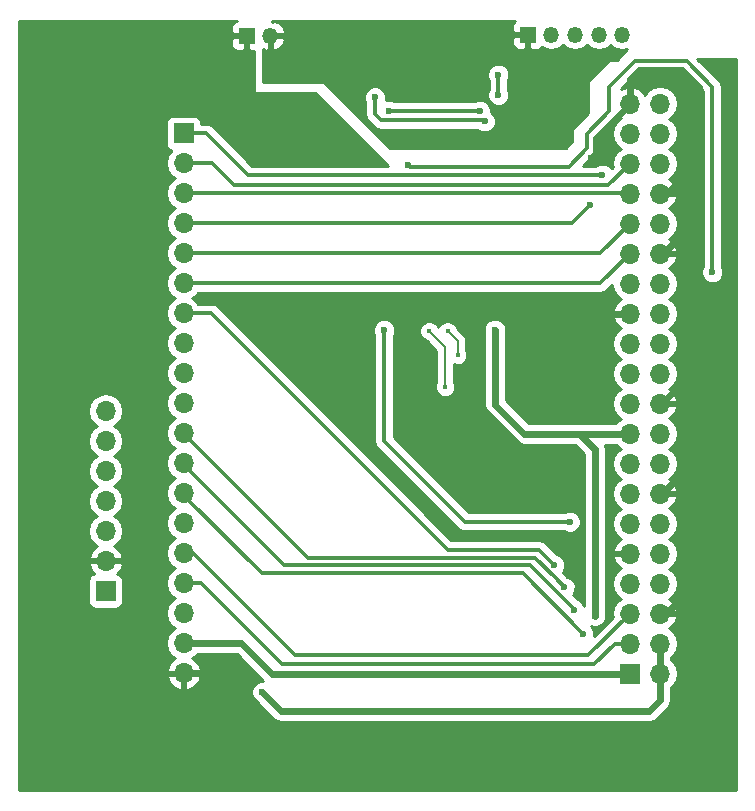
<source format=gbr>
G04 #@! TF.FileFunction,Copper,L2,Bot,Signal*
%FSLAX46Y46*%
G04 Gerber Fmt 4.6, Leading zero omitted, Abs format (unit mm)*
G04 Created by KiCad (PCBNEW 4.0.6-e0-6349~53~ubuntu16.04.1) date Tue Jul  4 14:56:25 2017*
%MOMM*%
%LPD*%
G01*
G04 APERTURE LIST*
%ADD10C,0.100000*%
%ADD11R,1.350000X1.350000*%
%ADD12O,1.350000X1.350000*%
%ADD13R,1.700000X1.700000*%
%ADD14O,1.700000X1.700000*%
%ADD15C,0.600000*%
%ADD16C,0.400000*%
%ADD17C,0.600000*%
%ADD18C,0.350000*%
%ADD19C,0.200000*%
%ADD20C,0.254000*%
G04 APERTURE END LIST*
D10*
D11*
X96750000Y-31900000D03*
D12*
X98750000Y-31900000D03*
X100750000Y-31900000D03*
X102750000Y-31900000D03*
X104750000Y-31900000D03*
D13*
X105400000Y-86000000D03*
D14*
X107940000Y-86000000D03*
X105400000Y-83460000D03*
X107940000Y-83460000D03*
X105400000Y-80920000D03*
X107940000Y-80920000D03*
X105400000Y-78380000D03*
X107940000Y-78380000D03*
X105400000Y-75840000D03*
X107940000Y-75840000D03*
X105400000Y-73300000D03*
X107940000Y-73300000D03*
X105400000Y-70760000D03*
X107940000Y-70760000D03*
X105400000Y-68220000D03*
X107940000Y-68220000D03*
X105400000Y-65680000D03*
X107940000Y-65680000D03*
X105400000Y-63140000D03*
X107940000Y-63140000D03*
X105400000Y-60600000D03*
X107940000Y-60600000D03*
X105400000Y-58060000D03*
X107940000Y-58060000D03*
X105400000Y-55520000D03*
X107940000Y-55520000D03*
X105400000Y-52980000D03*
X107940000Y-52980000D03*
X105400000Y-50440000D03*
X107940000Y-50440000D03*
X105400000Y-47900000D03*
X107940000Y-47900000D03*
X105400000Y-45360000D03*
X107940000Y-45360000D03*
X105400000Y-42820000D03*
X107940000Y-42820000D03*
X105400000Y-40280000D03*
X107940000Y-40280000D03*
X105400000Y-37740000D03*
X107940000Y-37740000D03*
D13*
X61000000Y-79000000D03*
D14*
X61000000Y-76460000D03*
X61000000Y-73920000D03*
X61000000Y-71380000D03*
X61000000Y-68840000D03*
X61000000Y-66300000D03*
X61000000Y-63760000D03*
D11*
X72950000Y-32000000D03*
D12*
X74950000Y-32000000D03*
D13*
X67600000Y-40250000D03*
D14*
X67600000Y-42790000D03*
X67600000Y-45330000D03*
X67600000Y-47870000D03*
X67600000Y-50410000D03*
X67600000Y-52950000D03*
X67600000Y-55490000D03*
X67600000Y-58030000D03*
X67600000Y-60570000D03*
X67600000Y-63110000D03*
X67600000Y-65650000D03*
X67600000Y-68190000D03*
X67600000Y-70730000D03*
X67600000Y-73270000D03*
X67600000Y-75810000D03*
X67600000Y-78350000D03*
X67600000Y-80890000D03*
X67600000Y-83430000D03*
X67600000Y-85970000D03*
D15*
X93950000Y-56875000D03*
X102450000Y-81100000D03*
X67600000Y-80890000D03*
X74250000Y-87550000D03*
X102100000Y-42350000D03*
X105400000Y-37740000D03*
X90950000Y-74250000D03*
X101450000Y-82650000D03*
X100650000Y-80600000D03*
X99850000Y-78700000D03*
D16*
X89750000Y-61750000D03*
X88400000Y-57000000D03*
X90800000Y-59050000D03*
X89950000Y-57000000D03*
D15*
X86600000Y-42950000D03*
X112370000Y-52020000D03*
X102050000Y-46300000D03*
X103050000Y-43750000D03*
X83800000Y-37200000D03*
X93100000Y-39250000D03*
X85000000Y-38350000D03*
X92700000Y-38350000D03*
X94250000Y-35300000D03*
X94250000Y-37000000D03*
X99000000Y-76800000D03*
X100325000Y-73150000D03*
X84600000Y-56900000D03*
D17*
X102450000Y-80275000D02*
X102450000Y-67025000D01*
X102450000Y-67025000D02*
X101105000Y-65680000D01*
X93950000Y-56875000D02*
X94000000Y-56925000D01*
X94000000Y-56925000D02*
X94000000Y-63225000D01*
X94000000Y-63225000D02*
X96455000Y-65680000D01*
X96455000Y-65680000D02*
X101105000Y-65680000D01*
X101105000Y-65680000D02*
X105400000Y-65680000D01*
X67600000Y-83430000D02*
X72480000Y-83430000D01*
X72480000Y-83430000D02*
X73150000Y-84100000D01*
X102450000Y-80275000D02*
X102450000Y-81100000D01*
X75050000Y-86000000D02*
X105400000Y-86000000D01*
X73150000Y-84100000D02*
X75050000Y-86000000D01*
X107940000Y-88260000D02*
X107940000Y-86000000D01*
X107050000Y-89150000D02*
X107940000Y-88260000D01*
X75850000Y-89150000D02*
X107050000Y-89150000D01*
X74250000Y-87550000D02*
X75850000Y-89150000D01*
X107940000Y-83460000D02*
X107940000Y-86000000D01*
D18*
X67600000Y-78350000D02*
X69100000Y-78350000D01*
X69100000Y-78350000D02*
X75950000Y-85200000D01*
X75950000Y-85200000D02*
X102350000Y-85200000D01*
X102350000Y-85200000D02*
X104090000Y-83460000D01*
X104090000Y-83460000D02*
X105400000Y-83460000D01*
X67600000Y-75810000D02*
X68360000Y-75810000D01*
X68360000Y-75810000D02*
X77000000Y-84450000D01*
X101870000Y-84450000D02*
X77000000Y-84450000D01*
X105400000Y-80920000D02*
X101870000Y-84450000D01*
D17*
X67600000Y-85970000D02*
X69570000Y-85970000D01*
X69570000Y-85970000D02*
X70250000Y-86650000D01*
X105400000Y-37740000D02*
X105400000Y-37750000D01*
X105400000Y-37750000D02*
X102500000Y-40650000D01*
X102500000Y-41950000D02*
X102100000Y-42350000D01*
X102500000Y-40650000D02*
X102500000Y-41950000D01*
X89250000Y-55520000D02*
X84330000Y-55520000D01*
X82650000Y-57200000D02*
X82650000Y-65950000D01*
X84330000Y-55520000D02*
X82650000Y-57200000D01*
X105400000Y-55520000D02*
X89250000Y-55520000D01*
X90950000Y-74250000D02*
X82650000Y-65950000D01*
X70250000Y-86650000D02*
X74800000Y-91200000D01*
X74800000Y-91200000D02*
X107800000Y-91200000D01*
X111250000Y-78100000D02*
X111250000Y-87750000D01*
X107800000Y-91200000D02*
X111250000Y-87750000D01*
X107940000Y-45360000D02*
X108490000Y-45360000D01*
X108490000Y-45360000D02*
X111250000Y-42600000D01*
X107940000Y-50440000D02*
X108160000Y-50440000D01*
X108160000Y-50440000D02*
X111250000Y-47350000D01*
X107940000Y-63140000D02*
X108060000Y-63140000D01*
X108060000Y-63140000D02*
X111250000Y-59950000D01*
X107940000Y-70760000D02*
X108090000Y-70760000D01*
X108090000Y-70760000D02*
X111250000Y-67600000D01*
X107940000Y-80920000D02*
X108430000Y-80920000D01*
X108430000Y-80920000D02*
X111250000Y-78100000D01*
X111250000Y-78100000D02*
X111250000Y-67600000D01*
X111250000Y-67600000D02*
X111250000Y-59950000D01*
X111250000Y-59950000D02*
X111250000Y-47350000D01*
X111250000Y-47350000D02*
X111250000Y-42600000D01*
X111250000Y-42600000D02*
X111250000Y-36350000D01*
X111250000Y-36350000D02*
X109800000Y-34900000D01*
X109800000Y-34900000D02*
X106150000Y-34900000D01*
X106150000Y-34900000D02*
X105400000Y-35650000D01*
X105400000Y-35650000D02*
X105400000Y-37740000D01*
D18*
X96250000Y-77500000D02*
X96300000Y-77500000D01*
X74200000Y-77500000D02*
X96250000Y-77500000D01*
X67550000Y-70850000D02*
X74200000Y-77500000D01*
X96300000Y-77500000D02*
X101450000Y-82650000D01*
X67550000Y-70820000D02*
X67550000Y-70850000D01*
X100650000Y-80600000D02*
X100650000Y-80550000D01*
X100650000Y-80550000D02*
X96950000Y-76850000D01*
X96950000Y-76850000D02*
X76120000Y-76850000D01*
X76120000Y-76850000D02*
X67550000Y-68280000D01*
X99100000Y-77950000D02*
X99850000Y-78700000D01*
X77625000Y-75725000D02*
X77625002Y-75725000D01*
X97350000Y-76200000D02*
X99100000Y-77950000D01*
X78100002Y-76200000D02*
X97350000Y-76200000D01*
X77625002Y-75725000D02*
X78100002Y-76200000D01*
X67600000Y-65650000D02*
X67600000Y-65700000D01*
X67600000Y-65700000D02*
X77625000Y-75725000D01*
D19*
X89750000Y-61550000D02*
X89750000Y-61750000D01*
X89750000Y-59450000D02*
X89750000Y-61550000D01*
X88700000Y-57300000D02*
X89750000Y-58350000D01*
X89750000Y-58350000D02*
X89750000Y-59450000D01*
X88400000Y-57000000D02*
X88700000Y-57300000D01*
X90800000Y-57850000D02*
X90800000Y-59050000D01*
X89950000Y-57000000D02*
X90800000Y-57850000D01*
D18*
X103650000Y-38350000D02*
X103650000Y-36340000D01*
X103650000Y-38400000D02*
X103650000Y-38350000D01*
X101774998Y-40275002D02*
X103650000Y-38400000D01*
X101774998Y-41525002D02*
X101774998Y-40275002D01*
X100200000Y-43100000D02*
X101774998Y-41525002D01*
X86750000Y-43100000D02*
X100200000Y-43100000D01*
X86600000Y-42950000D02*
X86750000Y-43100000D01*
X103650000Y-36340000D02*
X103700000Y-36290000D01*
X112370000Y-36330000D02*
X112370000Y-52020000D01*
X110190000Y-34150000D02*
X112370000Y-36330000D01*
X105840000Y-34150000D02*
X110190000Y-34150000D01*
X103700000Y-36290000D02*
X105840000Y-34150000D01*
X67600000Y-52950000D02*
X102890000Y-52950000D01*
X102890000Y-52950000D02*
X105400000Y-50440000D01*
X67600000Y-50410000D02*
X102890000Y-50410000D01*
X102890000Y-50410000D02*
X105400000Y-47900000D01*
X67600000Y-47870000D02*
X100480000Y-47870000D01*
X100480000Y-47870000D02*
X102050000Y-46300000D01*
X67600000Y-45330000D02*
X105370000Y-45330000D01*
X105370000Y-45330000D02*
X105400000Y-45360000D01*
X67600000Y-42790000D02*
X70040000Y-42790000D01*
X71900000Y-44650000D02*
X84600000Y-44650000D01*
X70040000Y-42790000D02*
X71900000Y-44650000D01*
X103570000Y-44650000D02*
X105400000Y-42820000D01*
X84600000Y-44650000D02*
X103570000Y-44650000D01*
X100650000Y-43800000D02*
X103000000Y-43800000D01*
X103000000Y-43800000D02*
X103050000Y-43750000D01*
X67600000Y-40250000D02*
X69500000Y-40250000D01*
X73050000Y-43800000D02*
X100650000Y-43800000D01*
X69500000Y-40250000D02*
X73050000Y-43800000D01*
X83800000Y-37200000D02*
X83800000Y-38650000D01*
X83800000Y-38650000D02*
X84200000Y-39050000D01*
X84200000Y-39050000D02*
X84300000Y-39150000D01*
X84300000Y-39150000D02*
X93000000Y-39150000D01*
X93000000Y-39150000D02*
X93100000Y-39250000D01*
X85000000Y-38350000D02*
X92700000Y-38350000D01*
X94250000Y-35300000D02*
X94250000Y-37000000D01*
X67600000Y-55490000D02*
X69940000Y-55490000D01*
X69940000Y-55490000D02*
X89950000Y-75500000D01*
X99000000Y-76800000D02*
X97700000Y-75500000D01*
X97700000Y-75500000D02*
X89950000Y-75500000D01*
X91425000Y-73150000D02*
X100325000Y-73150000D01*
X84575000Y-66300000D02*
X91425000Y-73150000D01*
X84575000Y-56925000D02*
X84575000Y-66300000D01*
X84600000Y-56900000D02*
X84575000Y-56925000D01*
D20*
G36*
X71915301Y-30786673D02*
X71736673Y-30965302D01*
X71640000Y-31198691D01*
X71640000Y-31714250D01*
X71798750Y-31873000D01*
X72823000Y-31873000D01*
X72823000Y-31853000D01*
X73077000Y-31853000D01*
X73077000Y-31873000D01*
X73097000Y-31873000D01*
X73097000Y-32127000D01*
X73077000Y-32127000D01*
X73077000Y-33151250D01*
X73235750Y-33310000D01*
X73523000Y-33310000D01*
X73523000Y-36700000D01*
X73533006Y-36749410D01*
X73561447Y-36791035D01*
X73603841Y-36818315D01*
X73650000Y-36827000D01*
X78747394Y-36827000D01*
X84910394Y-42990000D01*
X73385513Y-42990000D01*
X70072756Y-39677244D01*
X69897248Y-39559973D01*
X69809974Y-39501658D01*
X69500000Y-39440000D01*
X69097440Y-39440000D01*
X69097440Y-39400000D01*
X69053162Y-39164683D01*
X68914090Y-38948559D01*
X68701890Y-38803569D01*
X68450000Y-38752560D01*
X66750000Y-38752560D01*
X66514683Y-38796838D01*
X66298559Y-38935910D01*
X66153569Y-39148110D01*
X66102560Y-39400000D01*
X66102560Y-41100000D01*
X66146838Y-41335317D01*
X66285910Y-41551441D01*
X66498110Y-41696431D01*
X66565541Y-41710086D01*
X66520853Y-41739946D01*
X66198946Y-42221715D01*
X66085907Y-42790000D01*
X66198946Y-43358285D01*
X66520853Y-43840054D01*
X66850026Y-44060000D01*
X66520853Y-44279946D01*
X66198946Y-44761715D01*
X66085907Y-45330000D01*
X66198946Y-45898285D01*
X66520853Y-46380054D01*
X66850026Y-46600000D01*
X66520853Y-46819946D01*
X66198946Y-47301715D01*
X66085907Y-47870000D01*
X66198946Y-48438285D01*
X66520853Y-48920054D01*
X66850026Y-49140000D01*
X66520853Y-49359946D01*
X66198946Y-49841715D01*
X66085907Y-50410000D01*
X66198946Y-50978285D01*
X66520853Y-51460054D01*
X66850026Y-51680000D01*
X66520853Y-51899946D01*
X66198946Y-52381715D01*
X66085907Y-52950000D01*
X66198946Y-53518285D01*
X66520853Y-54000054D01*
X66850026Y-54220000D01*
X66520853Y-54439946D01*
X66198946Y-54921715D01*
X66085907Y-55490000D01*
X66198946Y-56058285D01*
X66520853Y-56540054D01*
X66850026Y-56760000D01*
X66520853Y-56979946D01*
X66198946Y-57461715D01*
X66085907Y-58030000D01*
X66198946Y-58598285D01*
X66520853Y-59080054D01*
X66850026Y-59300000D01*
X66520853Y-59519946D01*
X66198946Y-60001715D01*
X66085907Y-60570000D01*
X66198946Y-61138285D01*
X66520853Y-61620054D01*
X66850026Y-61840000D01*
X66520853Y-62059946D01*
X66198946Y-62541715D01*
X66085907Y-63110000D01*
X66198946Y-63678285D01*
X66520853Y-64160054D01*
X66850026Y-64380000D01*
X66520853Y-64599946D01*
X66198946Y-65081715D01*
X66085907Y-65650000D01*
X66198946Y-66218285D01*
X66520853Y-66700054D01*
X66850026Y-66920000D01*
X66520853Y-67139946D01*
X66198946Y-67621715D01*
X66085907Y-68190000D01*
X66198946Y-68758285D01*
X66520853Y-69240054D01*
X66850026Y-69460000D01*
X66520853Y-69679946D01*
X66198946Y-70161715D01*
X66085907Y-70730000D01*
X66198946Y-71298285D01*
X66520853Y-71780054D01*
X66850026Y-72000000D01*
X66520853Y-72219946D01*
X66198946Y-72701715D01*
X66085907Y-73270000D01*
X66198946Y-73838285D01*
X66520853Y-74320054D01*
X66850026Y-74540000D01*
X66520853Y-74759946D01*
X66198946Y-75241715D01*
X66085907Y-75810000D01*
X66198946Y-76378285D01*
X66520853Y-76860054D01*
X66850026Y-77080000D01*
X66520853Y-77299946D01*
X66198946Y-77781715D01*
X66085907Y-78350000D01*
X66198946Y-78918285D01*
X66520853Y-79400054D01*
X66850026Y-79620000D01*
X66520853Y-79839946D01*
X66198946Y-80321715D01*
X66085907Y-80890000D01*
X66198946Y-81458285D01*
X66520853Y-81940054D01*
X66850026Y-82160000D01*
X66520853Y-82379946D01*
X66198946Y-82861715D01*
X66085907Y-83430000D01*
X66198946Y-83998285D01*
X66520853Y-84480054D01*
X66861553Y-84707702D01*
X66718642Y-84774817D01*
X66328355Y-85203076D01*
X66158524Y-85613110D01*
X66279845Y-85843000D01*
X67473000Y-85843000D01*
X67473000Y-85823000D01*
X67727000Y-85823000D01*
X67727000Y-85843000D01*
X68920155Y-85843000D01*
X69041476Y-85613110D01*
X68871645Y-85203076D01*
X68481358Y-84774817D01*
X68338447Y-84707702D01*
X68679147Y-84480054D01*
X68756023Y-84365000D01*
X72092710Y-84365000D01*
X74342790Y-86615080D01*
X74064833Y-86614838D01*
X73721057Y-86756883D01*
X73457808Y-87019673D01*
X73315162Y-87363201D01*
X73314838Y-87735167D01*
X73456883Y-88078943D01*
X73719673Y-88342192D01*
X73720065Y-88342355D01*
X75188855Y-89811145D01*
X75492191Y-90013827D01*
X75850000Y-90085000D01*
X107050000Y-90085000D01*
X107407809Y-90013827D01*
X107711145Y-89811145D01*
X108601145Y-88921145D01*
X108803827Y-88617809D01*
X108875000Y-88260000D01*
X108875000Y-87146370D01*
X109019147Y-87050054D01*
X109341054Y-86568285D01*
X109454093Y-86000000D01*
X109341054Y-85431715D01*
X109019147Y-84949946D01*
X108875000Y-84853630D01*
X108875000Y-84606370D01*
X109019147Y-84510054D01*
X109341054Y-84028285D01*
X109454093Y-83460000D01*
X109341054Y-82891715D01*
X109019147Y-82409946D01*
X108678447Y-82182298D01*
X108821358Y-82115183D01*
X109211645Y-81686924D01*
X109381476Y-81276890D01*
X109260155Y-81047000D01*
X108067000Y-81047000D01*
X108067000Y-81067000D01*
X107813000Y-81067000D01*
X107813000Y-81047000D01*
X107793000Y-81047000D01*
X107793000Y-80793000D01*
X107813000Y-80793000D01*
X107813000Y-80773000D01*
X108067000Y-80773000D01*
X108067000Y-80793000D01*
X109260155Y-80793000D01*
X109381476Y-80563110D01*
X109211645Y-80153076D01*
X108821358Y-79724817D01*
X108678447Y-79657702D01*
X109019147Y-79430054D01*
X109341054Y-78948285D01*
X109454093Y-78380000D01*
X109341054Y-77811715D01*
X109019147Y-77329946D01*
X108689974Y-77110000D01*
X109019147Y-76890054D01*
X109341054Y-76408285D01*
X109454093Y-75840000D01*
X109341054Y-75271715D01*
X109019147Y-74789946D01*
X108689974Y-74570000D01*
X109019147Y-74350054D01*
X109341054Y-73868285D01*
X109454093Y-73300000D01*
X109341054Y-72731715D01*
X109019147Y-72249946D01*
X108678447Y-72022298D01*
X108821358Y-71955183D01*
X109211645Y-71526924D01*
X109381476Y-71116890D01*
X109260155Y-70887000D01*
X108067000Y-70887000D01*
X108067000Y-70907000D01*
X107813000Y-70907000D01*
X107813000Y-70887000D01*
X107793000Y-70887000D01*
X107793000Y-70633000D01*
X107813000Y-70633000D01*
X107813000Y-70613000D01*
X108067000Y-70613000D01*
X108067000Y-70633000D01*
X109260155Y-70633000D01*
X109381476Y-70403110D01*
X109211645Y-69993076D01*
X108821358Y-69564817D01*
X108678447Y-69497702D01*
X109019147Y-69270054D01*
X109341054Y-68788285D01*
X109454093Y-68220000D01*
X109341054Y-67651715D01*
X109019147Y-67169946D01*
X108689974Y-66950000D01*
X109019147Y-66730054D01*
X109341054Y-66248285D01*
X109454093Y-65680000D01*
X109341054Y-65111715D01*
X109019147Y-64629946D01*
X108678447Y-64402298D01*
X108821358Y-64335183D01*
X109211645Y-63906924D01*
X109381476Y-63496890D01*
X109260155Y-63267000D01*
X108067000Y-63267000D01*
X108067000Y-63287000D01*
X107813000Y-63287000D01*
X107813000Y-63267000D01*
X107793000Y-63267000D01*
X107793000Y-63013000D01*
X107813000Y-63013000D01*
X107813000Y-62993000D01*
X108067000Y-62993000D01*
X108067000Y-63013000D01*
X109260155Y-63013000D01*
X109381476Y-62783110D01*
X109211645Y-62373076D01*
X108821358Y-61944817D01*
X108678447Y-61877702D01*
X109019147Y-61650054D01*
X109341054Y-61168285D01*
X109454093Y-60600000D01*
X109341054Y-60031715D01*
X109019147Y-59549946D01*
X108689974Y-59330000D01*
X109019147Y-59110054D01*
X109341054Y-58628285D01*
X109454093Y-58060000D01*
X109341054Y-57491715D01*
X109019147Y-57009946D01*
X108689974Y-56790000D01*
X109019147Y-56570054D01*
X109341054Y-56088285D01*
X109454093Y-55520000D01*
X109341054Y-54951715D01*
X109019147Y-54469946D01*
X108689974Y-54250000D01*
X109019147Y-54030054D01*
X109341054Y-53548285D01*
X109454093Y-52980000D01*
X109341054Y-52411715D01*
X109019147Y-51929946D01*
X108678447Y-51702298D01*
X108821358Y-51635183D01*
X109211645Y-51206924D01*
X109381476Y-50796890D01*
X109260155Y-50567000D01*
X108067000Y-50567000D01*
X108067000Y-50587000D01*
X107813000Y-50587000D01*
X107813000Y-50567000D01*
X107793000Y-50567000D01*
X107793000Y-50313000D01*
X107813000Y-50313000D01*
X107813000Y-50293000D01*
X108067000Y-50293000D01*
X108067000Y-50313000D01*
X109260155Y-50313000D01*
X109381476Y-50083110D01*
X109211645Y-49673076D01*
X108821358Y-49244817D01*
X108678447Y-49177702D01*
X109019147Y-48950054D01*
X109341054Y-48468285D01*
X109454093Y-47900000D01*
X109341054Y-47331715D01*
X109019147Y-46849946D01*
X108678447Y-46622298D01*
X108821358Y-46555183D01*
X109211645Y-46126924D01*
X109381476Y-45716890D01*
X109260155Y-45487000D01*
X108067000Y-45487000D01*
X108067000Y-45507000D01*
X107813000Y-45507000D01*
X107813000Y-45487000D01*
X107793000Y-45487000D01*
X107793000Y-45233000D01*
X107813000Y-45233000D01*
X107813000Y-45213000D01*
X108067000Y-45213000D01*
X108067000Y-45233000D01*
X109260155Y-45233000D01*
X109381476Y-45003110D01*
X109211645Y-44593076D01*
X108821358Y-44164817D01*
X108678447Y-44097702D01*
X109019147Y-43870054D01*
X109341054Y-43388285D01*
X109454093Y-42820000D01*
X109341054Y-42251715D01*
X109019147Y-41769946D01*
X108689974Y-41550000D01*
X109019147Y-41330054D01*
X109341054Y-40848285D01*
X109454093Y-40280000D01*
X109341054Y-39711715D01*
X109019147Y-39229946D01*
X108689974Y-39010000D01*
X109019147Y-38790054D01*
X109341054Y-38308285D01*
X109454093Y-37740000D01*
X109341054Y-37171715D01*
X109019147Y-36689946D01*
X108537378Y-36368039D01*
X107969093Y-36255000D01*
X107910907Y-36255000D01*
X107342622Y-36368039D01*
X106860853Y-36689946D01*
X106671655Y-36973101D01*
X106671645Y-36973076D01*
X106281358Y-36544817D01*
X105756892Y-36298514D01*
X105527000Y-36419181D01*
X105527000Y-37613000D01*
X105547000Y-37613000D01*
X105547000Y-37867000D01*
X105527000Y-37867000D01*
X105527000Y-37887000D01*
X105273000Y-37887000D01*
X105273000Y-37867000D01*
X105253000Y-37867000D01*
X105253000Y-37613000D01*
X105273000Y-37613000D01*
X105273000Y-36419181D01*
X105043108Y-36298514D01*
X104654496Y-36481017D01*
X106175513Y-34960000D01*
X109854488Y-34960000D01*
X111560000Y-36665513D01*
X111560000Y-51532559D01*
X111435162Y-51833201D01*
X111434838Y-52205167D01*
X111576883Y-52548943D01*
X111839673Y-52812192D01*
X112183201Y-52954838D01*
X112555167Y-52955162D01*
X112898943Y-52813117D01*
X113162192Y-52550327D01*
X113304838Y-52206799D01*
X113305162Y-51834833D01*
X113180000Y-51531917D01*
X113180000Y-36330000D01*
X113173737Y-36298514D01*
X113118343Y-36020027D01*
X112942757Y-35757244D01*
X111112512Y-33927000D01*
X114373000Y-33927000D01*
X114373000Y-95873000D01*
X53710000Y-95873000D01*
X53710000Y-86326890D01*
X66158524Y-86326890D01*
X66328355Y-86736924D01*
X66718642Y-87165183D01*
X67243108Y-87411486D01*
X67473000Y-87290819D01*
X67473000Y-86097000D01*
X67727000Y-86097000D01*
X67727000Y-87290819D01*
X67956892Y-87411486D01*
X68481358Y-87165183D01*
X68871645Y-86736924D01*
X69041476Y-86326890D01*
X68920155Y-86097000D01*
X67727000Y-86097000D01*
X67473000Y-86097000D01*
X66279845Y-86097000D01*
X66158524Y-86326890D01*
X53710000Y-86326890D01*
X53710000Y-78150000D01*
X59502560Y-78150000D01*
X59502560Y-79850000D01*
X59546838Y-80085317D01*
X59685910Y-80301441D01*
X59898110Y-80446431D01*
X60150000Y-80497440D01*
X61850000Y-80497440D01*
X62085317Y-80453162D01*
X62301441Y-80314090D01*
X62446431Y-80101890D01*
X62497440Y-79850000D01*
X62497440Y-78150000D01*
X62453162Y-77914683D01*
X62314090Y-77698559D01*
X62101890Y-77553569D01*
X61993893Y-77531699D01*
X62271645Y-77226924D01*
X62441476Y-76816890D01*
X62320155Y-76587000D01*
X61127000Y-76587000D01*
X61127000Y-76607000D01*
X60873000Y-76607000D01*
X60873000Y-76587000D01*
X59679845Y-76587000D01*
X59558524Y-76816890D01*
X59728355Y-77226924D01*
X60004501Y-77529937D01*
X59914683Y-77546838D01*
X59698559Y-77685910D01*
X59553569Y-77898110D01*
X59502560Y-78150000D01*
X53710000Y-78150000D01*
X53710000Y-63760000D01*
X59485907Y-63760000D01*
X59598946Y-64328285D01*
X59920853Y-64810054D01*
X60250026Y-65030000D01*
X59920853Y-65249946D01*
X59598946Y-65731715D01*
X59485907Y-66300000D01*
X59598946Y-66868285D01*
X59920853Y-67350054D01*
X60250026Y-67570000D01*
X59920853Y-67789946D01*
X59598946Y-68271715D01*
X59485907Y-68840000D01*
X59598946Y-69408285D01*
X59920853Y-69890054D01*
X60250026Y-70110000D01*
X59920853Y-70329946D01*
X59598946Y-70811715D01*
X59485907Y-71380000D01*
X59598946Y-71948285D01*
X59920853Y-72430054D01*
X60250026Y-72650000D01*
X59920853Y-72869946D01*
X59598946Y-73351715D01*
X59485907Y-73920000D01*
X59598946Y-74488285D01*
X59920853Y-74970054D01*
X60261553Y-75197702D01*
X60118642Y-75264817D01*
X59728355Y-75693076D01*
X59558524Y-76103110D01*
X59679845Y-76333000D01*
X60873000Y-76333000D01*
X60873000Y-76313000D01*
X61127000Y-76313000D01*
X61127000Y-76333000D01*
X62320155Y-76333000D01*
X62441476Y-76103110D01*
X62271645Y-75693076D01*
X61881358Y-75264817D01*
X61738447Y-75197702D01*
X62079147Y-74970054D01*
X62401054Y-74488285D01*
X62514093Y-73920000D01*
X62401054Y-73351715D01*
X62079147Y-72869946D01*
X61749974Y-72650000D01*
X62079147Y-72430054D01*
X62401054Y-71948285D01*
X62514093Y-71380000D01*
X62401054Y-70811715D01*
X62079147Y-70329946D01*
X61749974Y-70110000D01*
X62079147Y-69890054D01*
X62401054Y-69408285D01*
X62514093Y-68840000D01*
X62401054Y-68271715D01*
X62079147Y-67789946D01*
X61749974Y-67570000D01*
X62079147Y-67350054D01*
X62401054Y-66868285D01*
X62514093Y-66300000D01*
X62401054Y-65731715D01*
X62079147Y-65249946D01*
X61749974Y-65030000D01*
X62079147Y-64810054D01*
X62401054Y-64328285D01*
X62514093Y-63760000D01*
X62401054Y-63191715D01*
X62079147Y-62709946D01*
X61597378Y-62388039D01*
X61029093Y-62275000D01*
X60970907Y-62275000D01*
X60402622Y-62388039D01*
X59920853Y-62709946D01*
X59598946Y-63191715D01*
X59485907Y-63760000D01*
X53710000Y-63760000D01*
X53710000Y-32285750D01*
X71640000Y-32285750D01*
X71640000Y-32801309D01*
X71736673Y-33034698D01*
X71915301Y-33213327D01*
X72148690Y-33310000D01*
X72664250Y-33310000D01*
X72823000Y-33151250D01*
X72823000Y-32127000D01*
X71798750Y-32127000D01*
X71640000Y-32285750D01*
X53710000Y-32285750D01*
X53710000Y-30710000D01*
X72100406Y-30710000D01*
X71915301Y-30786673D01*
X71915301Y-30786673D01*
G37*
X71915301Y-30786673D02*
X71736673Y-30965302D01*
X71640000Y-31198691D01*
X71640000Y-31714250D01*
X71798750Y-31873000D01*
X72823000Y-31873000D01*
X72823000Y-31853000D01*
X73077000Y-31853000D01*
X73077000Y-31873000D01*
X73097000Y-31873000D01*
X73097000Y-32127000D01*
X73077000Y-32127000D01*
X73077000Y-33151250D01*
X73235750Y-33310000D01*
X73523000Y-33310000D01*
X73523000Y-36700000D01*
X73533006Y-36749410D01*
X73561447Y-36791035D01*
X73603841Y-36818315D01*
X73650000Y-36827000D01*
X78747394Y-36827000D01*
X84910394Y-42990000D01*
X73385513Y-42990000D01*
X70072756Y-39677244D01*
X69897248Y-39559973D01*
X69809974Y-39501658D01*
X69500000Y-39440000D01*
X69097440Y-39440000D01*
X69097440Y-39400000D01*
X69053162Y-39164683D01*
X68914090Y-38948559D01*
X68701890Y-38803569D01*
X68450000Y-38752560D01*
X66750000Y-38752560D01*
X66514683Y-38796838D01*
X66298559Y-38935910D01*
X66153569Y-39148110D01*
X66102560Y-39400000D01*
X66102560Y-41100000D01*
X66146838Y-41335317D01*
X66285910Y-41551441D01*
X66498110Y-41696431D01*
X66565541Y-41710086D01*
X66520853Y-41739946D01*
X66198946Y-42221715D01*
X66085907Y-42790000D01*
X66198946Y-43358285D01*
X66520853Y-43840054D01*
X66850026Y-44060000D01*
X66520853Y-44279946D01*
X66198946Y-44761715D01*
X66085907Y-45330000D01*
X66198946Y-45898285D01*
X66520853Y-46380054D01*
X66850026Y-46600000D01*
X66520853Y-46819946D01*
X66198946Y-47301715D01*
X66085907Y-47870000D01*
X66198946Y-48438285D01*
X66520853Y-48920054D01*
X66850026Y-49140000D01*
X66520853Y-49359946D01*
X66198946Y-49841715D01*
X66085907Y-50410000D01*
X66198946Y-50978285D01*
X66520853Y-51460054D01*
X66850026Y-51680000D01*
X66520853Y-51899946D01*
X66198946Y-52381715D01*
X66085907Y-52950000D01*
X66198946Y-53518285D01*
X66520853Y-54000054D01*
X66850026Y-54220000D01*
X66520853Y-54439946D01*
X66198946Y-54921715D01*
X66085907Y-55490000D01*
X66198946Y-56058285D01*
X66520853Y-56540054D01*
X66850026Y-56760000D01*
X66520853Y-56979946D01*
X66198946Y-57461715D01*
X66085907Y-58030000D01*
X66198946Y-58598285D01*
X66520853Y-59080054D01*
X66850026Y-59300000D01*
X66520853Y-59519946D01*
X66198946Y-60001715D01*
X66085907Y-60570000D01*
X66198946Y-61138285D01*
X66520853Y-61620054D01*
X66850026Y-61840000D01*
X66520853Y-62059946D01*
X66198946Y-62541715D01*
X66085907Y-63110000D01*
X66198946Y-63678285D01*
X66520853Y-64160054D01*
X66850026Y-64380000D01*
X66520853Y-64599946D01*
X66198946Y-65081715D01*
X66085907Y-65650000D01*
X66198946Y-66218285D01*
X66520853Y-66700054D01*
X66850026Y-66920000D01*
X66520853Y-67139946D01*
X66198946Y-67621715D01*
X66085907Y-68190000D01*
X66198946Y-68758285D01*
X66520853Y-69240054D01*
X66850026Y-69460000D01*
X66520853Y-69679946D01*
X66198946Y-70161715D01*
X66085907Y-70730000D01*
X66198946Y-71298285D01*
X66520853Y-71780054D01*
X66850026Y-72000000D01*
X66520853Y-72219946D01*
X66198946Y-72701715D01*
X66085907Y-73270000D01*
X66198946Y-73838285D01*
X66520853Y-74320054D01*
X66850026Y-74540000D01*
X66520853Y-74759946D01*
X66198946Y-75241715D01*
X66085907Y-75810000D01*
X66198946Y-76378285D01*
X66520853Y-76860054D01*
X66850026Y-77080000D01*
X66520853Y-77299946D01*
X66198946Y-77781715D01*
X66085907Y-78350000D01*
X66198946Y-78918285D01*
X66520853Y-79400054D01*
X66850026Y-79620000D01*
X66520853Y-79839946D01*
X66198946Y-80321715D01*
X66085907Y-80890000D01*
X66198946Y-81458285D01*
X66520853Y-81940054D01*
X66850026Y-82160000D01*
X66520853Y-82379946D01*
X66198946Y-82861715D01*
X66085907Y-83430000D01*
X66198946Y-83998285D01*
X66520853Y-84480054D01*
X66861553Y-84707702D01*
X66718642Y-84774817D01*
X66328355Y-85203076D01*
X66158524Y-85613110D01*
X66279845Y-85843000D01*
X67473000Y-85843000D01*
X67473000Y-85823000D01*
X67727000Y-85823000D01*
X67727000Y-85843000D01*
X68920155Y-85843000D01*
X69041476Y-85613110D01*
X68871645Y-85203076D01*
X68481358Y-84774817D01*
X68338447Y-84707702D01*
X68679147Y-84480054D01*
X68756023Y-84365000D01*
X72092710Y-84365000D01*
X74342790Y-86615080D01*
X74064833Y-86614838D01*
X73721057Y-86756883D01*
X73457808Y-87019673D01*
X73315162Y-87363201D01*
X73314838Y-87735167D01*
X73456883Y-88078943D01*
X73719673Y-88342192D01*
X73720065Y-88342355D01*
X75188855Y-89811145D01*
X75492191Y-90013827D01*
X75850000Y-90085000D01*
X107050000Y-90085000D01*
X107407809Y-90013827D01*
X107711145Y-89811145D01*
X108601145Y-88921145D01*
X108803827Y-88617809D01*
X108875000Y-88260000D01*
X108875000Y-87146370D01*
X109019147Y-87050054D01*
X109341054Y-86568285D01*
X109454093Y-86000000D01*
X109341054Y-85431715D01*
X109019147Y-84949946D01*
X108875000Y-84853630D01*
X108875000Y-84606370D01*
X109019147Y-84510054D01*
X109341054Y-84028285D01*
X109454093Y-83460000D01*
X109341054Y-82891715D01*
X109019147Y-82409946D01*
X108678447Y-82182298D01*
X108821358Y-82115183D01*
X109211645Y-81686924D01*
X109381476Y-81276890D01*
X109260155Y-81047000D01*
X108067000Y-81047000D01*
X108067000Y-81067000D01*
X107813000Y-81067000D01*
X107813000Y-81047000D01*
X107793000Y-81047000D01*
X107793000Y-80793000D01*
X107813000Y-80793000D01*
X107813000Y-80773000D01*
X108067000Y-80773000D01*
X108067000Y-80793000D01*
X109260155Y-80793000D01*
X109381476Y-80563110D01*
X109211645Y-80153076D01*
X108821358Y-79724817D01*
X108678447Y-79657702D01*
X109019147Y-79430054D01*
X109341054Y-78948285D01*
X109454093Y-78380000D01*
X109341054Y-77811715D01*
X109019147Y-77329946D01*
X108689974Y-77110000D01*
X109019147Y-76890054D01*
X109341054Y-76408285D01*
X109454093Y-75840000D01*
X109341054Y-75271715D01*
X109019147Y-74789946D01*
X108689974Y-74570000D01*
X109019147Y-74350054D01*
X109341054Y-73868285D01*
X109454093Y-73300000D01*
X109341054Y-72731715D01*
X109019147Y-72249946D01*
X108678447Y-72022298D01*
X108821358Y-71955183D01*
X109211645Y-71526924D01*
X109381476Y-71116890D01*
X109260155Y-70887000D01*
X108067000Y-70887000D01*
X108067000Y-70907000D01*
X107813000Y-70907000D01*
X107813000Y-70887000D01*
X107793000Y-70887000D01*
X107793000Y-70633000D01*
X107813000Y-70633000D01*
X107813000Y-70613000D01*
X108067000Y-70613000D01*
X108067000Y-70633000D01*
X109260155Y-70633000D01*
X109381476Y-70403110D01*
X109211645Y-69993076D01*
X108821358Y-69564817D01*
X108678447Y-69497702D01*
X109019147Y-69270054D01*
X109341054Y-68788285D01*
X109454093Y-68220000D01*
X109341054Y-67651715D01*
X109019147Y-67169946D01*
X108689974Y-66950000D01*
X109019147Y-66730054D01*
X109341054Y-66248285D01*
X109454093Y-65680000D01*
X109341054Y-65111715D01*
X109019147Y-64629946D01*
X108678447Y-64402298D01*
X108821358Y-64335183D01*
X109211645Y-63906924D01*
X109381476Y-63496890D01*
X109260155Y-63267000D01*
X108067000Y-63267000D01*
X108067000Y-63287000D01*
X107813000Y-63287000D01*
X107813000Y-63267000D01*
X107793000Y-63267000D01*
X107793000Y-63013000D01*
X107813000Y-63013000D01*
X107813000Y-62993000D01*
X108067000Y-62993000D01*
X108067000Y-63013000D01*
X109260155Y-63013000D01*
X109381476Y-62783110D01*
X109211645Y-62373076D01*
X108821358Y-61944817D01*
X108678447Y-61877702D01*
X109019147Y-61650054D01*
X109341054Y-61168285D01*
X109454093Y-60600000D01*
X109341054Y-60031715D01*
X109019147Y-59549946D01*
X108689974Y-59330000D01*
X109019147Y-59110054D01*
X109341054Y-58628285D01*
X109454093Y-58060000D01*
X109341054Y-57491715D01*
X109019147Y-57009946D01*
X108689974Y-56790000D01*
X109019147Y-56570054D01*
X109341054Y-56088285D01*
X109454093Y-55520000D01*
X109341054Y-54951715D01*
X109019147Y-54469946D01*
X108689974Y-54250000D01*
X109019147Y-54030054D01*
X109341054Y-53548285D01*
X109454093Y-52980000D01*
X109341054Y-52411715D01*
X109019147Y-51929946D01*
X108678447Y-51702298D01*
X108821358Y-51635183D01*
X109211645Y-51206924D01*
X109381476Y-50796890D01*
X109260155Y-50567000D01*
X108067000Y-50567000D01*
X108067000Y-50587000D01*
X107813000Y-50587000D01*
X107813000Y-50567000D01*
X107793000Y-50567000D01*
X107793000Y-50313000D01*
X107813000Y-50313000D01*
X107813000Y-50293000D01*
X108067000Y-50293000D01*
X108067000Y-50313000D01*
X109260155Y-50313000D01*
X109381476Y-50083110D01*
X109211645Y-49673076D01*
X108821358Y-49244817D01*
X108678447Y-49177702D01*
X109019147Y-48950054D01*
X109341054Y-48468285D01*
X109454093Y-47900000D01*
X109341054Y-47331715D01*
X109019147Y-46849946D01*
X108678447Y-46622298D01*
X108821358Y-46555183D01*
X109211645Y-46126924D01*
X109381476Y-45716890D01*
X109260155Y-45487000D01*
X108067000Y-45487000D01*
X108067000Y-45507000D01*
X107813000Y-45507000D01*
X107813000Y-45487000D01*
X107793000Y-45487000D01*
X107793000Y-45233000D01*
X107813000Y-45233000D01*
X107813000Y-45213000D01*
X108067000Y-45213000D01*
X108067000Y-45233000D01*
X109260155Y-45233000D01*
X109381476Y-45003110D01*
X109211645Y-44593076D01*
X108821358Y-44164817D01*
X108678447Y-44097702D01*
X109019147Y-43870054D01*
X109341054Y-43388285D01*
X109454093Y-42820000D01*
X109341054Y-42251715D01*
X109019147Y-41769946D01*
X108689974Y-41550000D01*
X109019147Y-41330054D01*
X109341054Y-40848285D01*
X109454093Y-40280000D01*
X109341054Y-39711715D01*
X109019147Y-39229946D01*
X108689974Y-39010000D01*
X109019147Y-38790054D01*
X109341054Y-38308285D01*
X109454093Y-37740000D01*
X109341054Y-37171715D01*
X109019147Y-36689946D01*
X108537378Y-36368039D01*
X107969093Y-36255000D01*
X107910907Y-36255000D01*
X107342622Y-36368039D01*
X106860853Y-36689946D01*
X106671655Y-36973101D01*
X106671645Y-36973076D01*
X106281358Y-36544817D01*
X105756892Y-36298514D01*
X105527000Y-36419181D01*
X105527000Y-37613000D01*
X105547000Y-37613000D01*
X105547000Y-37867000D01*
X105527000Y-37867000D01*
X105527000Y-37887000D01*
X105273000Y-37887000D01*
X105273000Y-37867000D01*
X105253000Y-37867000D01*
X105253000Y-37613000D01*
X105273000Y-37613000D01*
X105273000Y-36419181D01*
X105043108Y-36298514D01*
X104654496Y-36481017D01*
X106175513Y-34960000D01*
X109854488Y-34960000D01*
X111560000Y-36665513D01*
X111560000Y-51532559D01*
X111435162Y-51833201D01*
X111434838Y-52205167D01*
X111576883Y-52548943D01*
X111839673Y-52812192D01*
X112183201Y-52954838D01*
X112555167Y-52955162D01*
X112898943Y-52813117D01*
X113162192Y-52550327D01*
X113304838Y-52206799D01*
X113305162Y-51834833D01*
X113180000Y-51531917D01*
X113180000Y-36330000D01*
X113173737Y-36298514D01*
X113118343Y-36020027D01*
X112942757Y-35757244D01*
X111112512Y-33927000D01*
X114373000Y-33927000D01*
X114373000Y-95873000D01*
X53710000Y-95873000D01*
X53710000Y-86326890D01*
X66158524Y-86326890D01*
X66328355Y-86736924D01*
X66718642Y-87165183D01*
X67243108Y-87411486D01*
X67473000Y-87290819D01*
X67473000Y-86097000D01*
X67727000Y-86097000D01*
X67727000Y-87290819D01*
X67956892Y-87411486D01*
X68481358Y-87165183D01*
X68871645Y-86736924D01*
X69041476Y-86326890D01*
X68920155Y-86097000D01*
X67727000Y-86097000D01*
X67473000Y-86097000D01*
X66279845Y-86097000D01*
X66158524Y-86326890D01*
X53710000Y-86326890D01*
X53710000Y-78150000D01*
X59502560Y-78150000D01*
X59502560Y-79850000D01*
X59546838Y-80085317D01*
X59685910Y-80301441D01*
X59898110Y-80446431D01*
X60150000Y-80497440D01*
X61850000Y-80497440D01*
X62085317Y-80453162D01*
X62301441Y-80314090D01*
X62446431Y-80101890D01*
X62497440Y-79850000D01*
X62497440Y-78150000D01*
X62453162Y-77914683D01*
X62314090Y-77698559D01*
X62101890Y-77553569D01*
X61993893Y-77531699D01*
X62271645Y-77226924D01*
X62441476Y-76816890D01*
X62320155Y-76587000D01*
X61127000Y-76587000D01*
X61127000Y-76607000D01*
X60873000Y-76607000D01*
X60873000Y-76587000D01*
X59679845Y-76587000D01*
X59558524Y-76816890D01*
X59728355Y-77226924D01*
X60004501Y-77529937D01*
X59914683Y-77546838D01*
X59698559Y-77685910D01*
X59553569Y-77898110D01*
X59502560Y-78150000D01*
X53710000Y-78150000D01*
X53710000Y-63760000D01*
X59485907Y-63760000D01*
X59598946Y-64328285D01*
X59920853Y-64810054D01*
X60250026Y-65030000D01*
X59920853Y-65249946D01*
X59598946Y-65731715D01*
X59485907Y-66300000D01*
X59598946Y-66868285D01*
X59920853Y-67350054D01*
X60250026Y-67570000D01*
X59920853Y-67789946D01*
X59598946Y-68271715D01*
X59485907Y-68840000D01*
X59598946Y-69408285D01*
X59920853Y-69890054D01*
X60250026Y-70110000D01*
X59920853Y-70329946D01*
X59598946Y-70811715D01*
X59485907Y-71380000D01*
X59598946Y-71948285D01*
X59920853Y-72430054D01*
X60250026Y-72650000D01*
X59920853Y-72869946D01*
X59598946Y-73351715D01*
X59485907Y-73920000D01*
X59598946Y-74488285D01*
X59920853Y-74970054D01*
X60261553Y-75197702D01*
X60118642Y-75264817D01*
X59728355Y-75693076D01*
X59558524Y-76103110D01*
X59679845Y-76333000D01*
X60873000Y-76333000D01*
X60873000Y-76313000D01*
X61127000Y-76313000D01*
X61127000Y-76333000D01*
X62320155Y-76333000D01*
X62441476Y-76103110D01*
X62271645Y-75693076D01*
X61881358Y-75264817D01*
X61738447Y-75197702D01*
X62079147Y-74970054D01*
X62401054Y-74488285D01*
X62514093Y-73920000D01*
X62401054Y-73351715D01*
X62079147Y-72869946D01*
X61749974Y-72650000D01*
X62079147Y-72430054D01*
X62401054Y-71948285D01*
X62514093Y-71380000D01*
X62401054Y-70811715D01*
X62079147Y-70329946D01*
X61749974Y-70110000D01*
X62079147Y-69890054D01*
X62401054Y-69408285D01*
X62514093Y-68840000D01*
X62401054Y-68271715D01*
X62079147Y-67789946D01*
X61749974Y-67570000D01*
X62079147Y-67350054D01*
X62401054Y-66868285D01*
X62514093Y-66300000D01*
X62401054Y-65731715D01*
X62079147Y-65249946D01*
X61749974Y-65030000D01*
X62079147Y-64810054D01*
X62401054Y-64328285D01*
X62514093Y-63760000D01*
X62401054Y-63191715D01*
X62079147Y-62709946D01*
X61597378Y-62388039D01*
X61029093Y-62275000D01*
X60970907Y-62275000D01*
X60402622Y-62388039D01*
X59920853Y-62709946D01*
X59598946Y-63191715D01*
X59485907Y-63760000D01*
X53710000Y-63760000D01*
X53710000Y-32285750D01*
X71640000Y-32285750D01*
X71640000Y-32801309D01*
X71736673Y-33034698D01*
X71915301Y-33213327D01*
X72148690Y-33310000D01*
X72664250Y-33310000D01*
X72823000Y-33151250D01*
X72823000Y-32127000D01*
X71798750Y-32127000D01*
X71640000Y-32285750D01*
X53710000Y-32285750D01*
X53710000Y-30710000D01*
X72100406Y-30710000D01*
X71915301Y-30786673D01*
G36*
X104320853Y-66730054D02*
X104650026Y-66950000D01*
X104320853Y-67169946D01*
X103998946Y-67651715D01*
X103885907Y-68220000D01*
X103998946Y-68788285D01*
X104320853Y-69270054D01*
X104650026Y-69490000D01*
X104320853Y-69709946D01*
X103998946Y-70191715D01*
X103885907Y-70760000D01*
X103998946Y-71328285D01*
X104320853Y-71810054D01*
X104650026Y-72030000D01*
X104320853Y-72249946D01*
X103998946Y-72731715D01*
X103885907Y-73300000D01*
X103998946Y-73868285D01*
X104320853Y-74350054D01*
X104661553Y-74577702D01*
X104518642Y-74644817D01*
X104128355Y-75073076D01*
X103958524Y-75483110D01*
X104079845Y-75713000D01*
X105273000Y-75713000D01*
X105273000Y-75693000D01*
X105527000Y-75693000D01*
X105527000Y-75713000D01*
X105547000Y-75713000D01*
X105547000Y-75967000D01*
X105527000Y-75967000D01*
X105527000Y-75987000D01*
X105273000Y-75987000D01*
X105273000Y-75967000D01*
X104079845Y-75967000D01*
X103958524Y-76196890D01*
X104128355Y-76606924D01*
X104518642Y-77035183D01*
X104661553Y-77102298D01*
X104320853Y-77329946D01*
X103998946Y-77811715D01*
X103885907Y-78380000D01*
X103998946Y-78948285D01*
X104320853Y-79430054D01*
X104650026Y-79650000D01*
X104320853Y-79869946D01*
X103998946Y-80351715D01*
X103885907Y-80920000D01*
X103947058Y-81227429D01*
X102384879Y-82789609D01*
X102385162Y-82464833D01*
X102243117Y-82121057D01*
X102081894Y-81959552D01*
X102263201Y-82034838D01*
X102635167Y-82035162D01*
X102978943Y-81893117D01*
X103242192Y-81630327D01*
X103384838Y-81286799D01*
X103385162Y-80914833D01*
X103385000Y-80914441D01*
X103385000Y-67025000D01*
X103313827Y-66667191D01*
X103278954Y-66615000D01*
X104243977Y-66615000D01*
X104320853Y-66730054D01*
X104320853Y-66730054D01*
G37*
X104320853Y-66730054D02*
X104650026Y-66950000D01*
X104320853Y-67169946D01*
X103998946Y-67651715D01*
X103885907Y-68220000D01*
X103998946Y-68788285D01*
X104320853Y-69270054D01*
X104650026Y-69490000D01*
X104320853Y-69709946D01*
X103998946Y-70191715D01*
X103885907Y-70760000D01*
X103998946Y-71328285D01*
X104320853Y-71810054D01*
X104650026Y-72030000D01*
X104320853Y-72249946D01*
X103998946Y-72731715D01*
X103885907Y-73300000D01*
X103998946Y-73868285D01*
X104320853Y-74350054D01*
X104661553Y-74577702D01*
X104518642Y-74644817D01*
X104128355Y-75073076D01*
X103958524Y-75483110D01*
X104079845Y-75713000D01*
X105273000Y-75713000D01*
X105273000Y-75693000D01*
X105527000Y-75693000D01*
X105527000Y-75713000D01*
X105547000Y-75713000D01*
X105547000Y-75967000D01*
X105527000Y-75967000D01*
X105527000Y-75987000D01*
X105273000Y-75987000D01*
X105273000Y-75967000D01*
X104079845Y-75967000D01*
X103958524Y-76196890D01*
X104128355Y-76606924D01*
X104518642Y-77035183D01*
X104661553Y-77102298D01*
X104320853Y-77329946D01*
X103998946Y-77811715D01*
X103885907Y-78380000D01*
X103998946Y-78948285D01*
X104320853Y-79430054D01*
X104650026Y-79650000D01*
X104320853Y-79869946D01*
X103998946Y-80351715D01*
X103885907Y-80920000D01*
X103947058Y-81227429D01*
X102384879Y-82789609D01*
X102385162Y-82464833D01*
X102243117Y-82121057D01*
X102081894Y-81959552D01*
X102263201Y-82034838D01*
X102635167Y-82035162D01*
X102978943Y-81893117D01*
X103242192Y-81630327D01*
X103384838Y-81286799D01*
X103385162Y-80914833D01*
X103385000Y-80914441D01*
X103385000Y-67025000D01*
X103313827Y-66667191D01*
X103278954Y-66615000D01*
X104243977Y-66615000D01*
X104320853Y-66730054D01*
G36*
X103998946Y-53548285D02*
X104320853Y-54030054D01*
X104661553Y-54257702D01*
X104518642Y-54324817D01*
X104128355Y-54753076D01*
X103958524Y-55163110D01*
X104079845Y-55393000D01*
X105273000Y-55393000D01*
X105273000Y-55373000D01*
X105527000Y-55373000D01*
X105527000Y-55393000D01*
X105547000Y-55393000D01*
X105547000Y-55647000D01*
X105527000Y-55647000D01*
X105527000Y-55667000D01*
X105273000Y-55667000D01*
X105273000Y-55647000D01*
X104079845Y-55647000D01*
X103958524Y-55876890D01*
X104128355Y-56286924D01*
X104518642Y-56715183D01*
X104661553Y-56782298D01*
X104320853Y-57009946D01*
X103998946Y-57491715D01*
X103885907Y-58060000D01*
X103998946Y-58628285D01*
X104320853Y-59110054D01*
X104650026Y-59330000D01*
X104320853Y-59549946D01*
X103998946Y-60031715D01*
X103885907Y-60600000D01*
X103998946Y-61168285D01*
X104320853Y-61650054D01*
X104650026Y-61870000D01*
X104320853Y-62089946D01*
X103998946Y-62571715D01*
X103885907Y-63140000D01*
X103998946Y-63708285D01*
X104320853Y-64190054D01*
X104650026Y-64410000D01*
X104320853Y-64629946D01*
X104243977Y-64745000D01*
X96842290Y-64745000D01*
X94935000Y-62837710D01*
X94935000Y-56925000D01*
X94863827Y-56567191D01*
X94786944Y-56452128D01*
X94743117Y-56346057D01*
X94661320Y-56264118D01*
X94661145Y-56263855D01*
X94611436Y-56214146D01*
X94480327Y-56082808D01*
X94136799Y-55940162D01*
X93764833Y-55939838D01*
X93421057Y-56081883D01*
X93157808Y-56344673D01*
X93015162Y-56688201D01*
X93014838Y-57060167D01*
X93065000Y-57181569D01*
X93065000Y-63225000D01*
X93136173Y-63582809D01*
X93338855Y-63886145D01*
X95793855Y-66341145D01*
X96097191Y-66543827D01*
X96455000Y-66615000D01*
X100717710Y-66615000D01*
X101515000Y-67412290D01*
X101515000Y-80245028D01*
X101443117Y-80071057D01*
X101180327Y-79807808D01*
X100963134Y-79717621D01*
X100558943Y-79313431D01*
X100642192Y-79230327D01*
X100784838Y-78886799D01*
X100785162Y-78514833D01*
X100643117Y-78171057D01*
X100380327Y-77907808D01*
X100077629Y-77782116D01*
X99708943Y-77413431D01*
X99792192Y-77330327D01*
X99934838Y-76986799D01*
X99935162Y-76614833D01*
X99793117Y-76271057D01*
X99530327Y-76007808D01*
X99227629Y-75882116D01*
X98272756Y-74927244D01*
X98254432Y-74915000D01*
X98009974Y-74751658D01*
X97700000Y-74690000D01*
X90285513Y-74690000D01*
X72680680Y-57085167D01*
X83664838Y-57085167D01*
X83765000Y-57327578D01*
X83765000Y-66300000D01*
X83826658Y-66609974D01*
X83910198Y-66735000D01*
X84002244Y-66872756D01*
X90852244Y-73722757D01*
X91009771Y-73828012D01*
X91115026Y-73898342D01*
X91425000Y-73960000D01*
X99837559Y-73960000D01*
X100138201Y-74084838D01*
X100510167Y-74085162D01*
X100853943Y-73943117D01*
X101117192Y-73680327D01*
X101259838Y-73336799D01*
X101260162Y-72964833D01*
X101118117Y-72621057D01*
X100855327Y-72357808D01*
X100511799Y-72215162D01*
X100139833Y-72214838D01*
X99836917Y-72340000D01*
X91760513Y-72340000D01*
X85385000Y-65964488D01*
X85385000Y-57437506D01*
X85392192Y-57430327D01*
X85502215Y-57165363D01*
X87564855Y-57165363D01*
X87691708Y-57472372D01*
X87926393Y-57707466D01*
X88168587Y-57808034D01*
X88180276Y-57819723D01*
X88180279Y-57819725D01*
X89015000Y-58654447D01*
X89015000Y-61342702D01*
X88915145Y-61583179D01*
X88914855Y-61915363D01*
X89041708Y-62222372D01*
X89276393Y-62457466D01*
X89583179Y-62584855D01*
X89915363Y-62585145D01*
X90222372Y-62458292D01*
X90457466Y-62223607D01*
X90584855Y-61916821D01*
X90585145Y-61584637D01*
X90485000Y-61342267D01*
X90485000Y-59823326D01*
X90633179Y-59884855D01*
X90965363Y-59885145D01*
X91272372Y-59758292D01*
X91507466Y-59523607D01*
X91634855Y-59216821D01*
X91635145Y-58884637D01*
X91535000Y-58642267D01*
X91535000Y-57850000D01*
X91479051Y-57568728D01*
X91427593Y-57491715D01*
X91319724Y-57330277D01*
X90757727Y-56768281D01*
X90658292Y-56527628D01*
X90423607Y-56292534D01*
X90116821Y-56165145D01*
X89784637Y-56164855D01*
X89477628Y-56291708D01*
X89242534Y-56526393D01*
X89174991Y-56689053D01*
X89108292Y-56527628D01*
X88873607Y-56292534D01*
X88566821Y-56165145D01*
X88234637Y-56164855D01*
X87927628Y-56291708D01*
X87692534Y-56526393D01*
X87565145Y-56833179D01*
X87564855Y-57165363D01*
X85502215Y-57165363D01*
X85534838Y-57086799D01*
X85535162Y-56714833D01*
X85393117Y-56371057D01*
X85130327Y-56107808D01*
X84786799Y-55965162D01*
X84414833Y-55964838D01*
X84071057Y-56106883D01*
X83807808Y-56369673D01*
X83665162Y-56713201D01*
X83664838Y-57085167D01*
X72680680Y-57085167D01*
X70512756Y-54917244D01*
X70249974Y-54741658D01*
X69940000Y-54680000D01*
X68839546Y-54680000D01*
X68679147Y-54439946D01*
X68349974Y-54220000D01*
X68679147Y-54000054D01*
X68839546Y-53760000D01*
X102890000Y-53760000D01*
X103199974Y-53698342D01*
X103462756Y-53522756D01*
X103905751Y-53079761D01*
X103998946Y-53548285D01*
X103998946Y-53548285D01*
G37*
X103998946Y-53548285D02*
X104320853Y-54030054D01*
X104661553Y-54257702D01*
X104518642Y-54324817D01*
X104128355Y-54753076D01*
X103958524Y-55163110D01*
X104079845Y-55393000D01*
X105273000Y-55393000D01*
X105273000Y-55373000D01*
X105527000Y-55373000D01*
X105527000Y-55393000D01*
X105547000Y-55393000D01*
X105547000Y-55647000D01*
X105527000Y-55647000D01*
X105527000Y-55667000D01*
X105273000Y-55667000D01*
X105273000Y-55647000D01*
X104079845Y-55647000D01*
X103958524Y-55876890D01*
X104128355Y-56286924D01*
X104518642Y-56715183D01*
X104661553Y-56782298D01*
X104320853Y-57009946D01*
X103998946Y-57491715D01*
X103885907Y-58060000D01*
X103998946Y-58628285D01*
X104320853Y-59110054D01*
X104650026Y-59330000D01*
X104320853Y-59549946D01*
X103998946Y-60031715D01*
X103885907Y-60600000D01*
X103998946Y-61168285D01*
X104320853Y-61650054D01*
X104650026Y-61870000D01*
X104320853Y-62089946D01*
X103998946Y-62571715D01*
X103885907Y-63140000D01*
X103998946Y-63708285D01*
X104320853Y-64190054D01*
X104650026Y-64410000D01*
X104320853Y-64629946D01*
X104243977Y-64745000D01*
X96842290Y-64745000D01*
X94935000Y-62837710D01*
X94935000Y-56925000D01*
X94863827Y-56567191D01*
X94786944Y-56452128D01*
X94743117Y-56346057D01*
X94661320Y-56264118D01*
X94661145Y-56263855D01*
X94611436Y-56214146D01*
X94480327Y-56082808D01*
X94136799Y-55940162D01*
X93764833Y-55939838D01*
X93421057Y-56081883D01*
X93157808Y-56344673D01*
X93015162Y-56688201D01*
X93014838Y-57060167D01*
X93065000Y-57181569D01*
X93065000Y-63225000D01*
X93136173Y-63582809D01*
X93338855Y-63886145D01*
X95793855Y-66341145D01*
X96097191Y-66543827D01*
X96455000Y-66615000D01*
X100717710Y-66615000D01*
X101515000Y-67412290D01*
X101515000Y-80245028D01*
X101443117Y-80071057D01*
X101180327Y-79807808D01*
X100963134Y-79717621D01*
X100558943Y-79313431D01*
X100642192Y-79230327D01*
X100784838Y-78886799D01*
X100785162Y-78514833D01*
X100643117Y-78171057D01*
X100380327Y-77907808D01*
X100077629Y-77782116D01*
X99708943Y-77413431D01*
X99792192Y-77330327D01*
X99934838Y-76986799D01*
X99935162Y-76614833D01*
X99793117Y-76271057D01*
X99530327Y-76007808D01*
X99227629Y-75882116D01*
X98272756Y-74927244D01*
X98254432Y-74915000D01*
X98009974Y-74751658D01*
X97700000Y-74690000D01*
X90285513Y-74690000D01*
X72680680Y-57085167D01*
X83664838Y-57085167D01*
X83765000Y-57327578D01*
X83765000Y-66300000D01*
X83826658Y-66609974D01*
X83910198Y-66735000D01*
X84002244Y-66872756D01*
X90852244Y-73722757D01*
X91009771Y-73828012D01*
X91115026Y-73898342D01*
X91425000Y-73960000D01*
X99837559Y-73960000D01*
X100138201Y-74084838D01*
X100510167Y-74085162D01*
X100853943Y-73943117D01*
X101117192Y-73680327D01*
X101259838Y-73336799D01*
X101260162Y-72964833D01*
X101118117Y-72621057D01*
X100855327Y-72357808D01*
X100511799Y-72215162D01*
X100139833Y-72214838D01*
X99836917Y-72340000D01*
X91760513Y-72340000D01*
X85385000Y-65964488D01*
X85385000Y-57437506D01*
X85392192Y-57430327D01*
X85502215Y-57165363D01*
X87564855Y-57165363D01*
X87691708Y-57472372D01*
X87926393Y-57707466D01*
X88168587Y-57808034D01*
X88180276Y-57819723D01*
X88180279Y-57819725D01*
X89015000Y-58654447D01*
X89015000Y-61342702D01*
X88915145Y-61583179D01*
X88914855Y-61915363D01*
X89041708Y-62222372D01*
X89276393Y-62457466D01*
X89583179Y-62584855D01*
X89915363Y-62585145D01*
X90222372Y-62458292D01*
X90457466Y-62223607D01*
X90584855Y-61916821D01*
X90585145Y-61584637D01*
X90485000Y-61342267D01*
X90485000Y-59823326D01*
X90633179Y-59884855D01*
X90965363Y-59885145D01*
X91272372Y-59758292D01*
X91507466Y-59523607D01*
X91634855Y-59216821D01*
X91635145Y-58884637D01*
X91535000Y-58642267D01*
X91535000Y-57850000D01*
X91479051Y-57568728D01*
X91427593Y-57491715D01*
X91319724Y-57330277D01*
X90757727Y-56768281D01*
X90658292Y-56527628D01*
X90423607Y-56292534D01*
X90116821Y-56165145D01*
X89784637Y-56164855D01*
X89477628Y-56291708D01*
X89242534Y-56526393D01*
X89174991Y-56689053D01*
X89108292Y-56527628D01*
X88873607Y-56292534D01*
X88566821Y-56165145D01*
X88234637Y-56164855D01*
X87927628Y-56291708D01*
X87692534Y-56526393D01*
X87565145Y-56833179D01*
X87564855Y-57165363D01*
X85502215Y-57165363D01*
X85534838Y-57086799D01*
X85535162Y-56714833D01*
X85393117Y-56371057D01*
X85130327Y-56107808D01*
X84786799Y-55965162D01*
X84414833Y-55964838D01*
X84071057Y-56106883D01*
X83807808Y-56369673D01*
X83665162Y-56713201D01*
X83664838Y-57085167D01*
X72680680Y-57085167D01*
X70512756Y-54917244D01*
X70249974Y-54741658D01*
X69940000Y-54680000D01*
X68839546Y-54680000D01*
X68679147Y-54439946D01*
X68349974Y-54220000D01*
X68679147Y-54000054D01*
X68839546Y-53760000D01*
X102890000Y-53760000D01*
X103199974Y-53698342D01*
X103462756Y-53522756D01*
X103905751Y-53079761D01*
X103998946Y-53548285D01*
G36*
X104518642Y-38935183D02*
X104661553Y-39002298D01*
X104320853Y-39229946D01*
X103998946Y-39711715D01*
X103885907Y-40280000D01*
X103998946Y-40848285D01*
X104320853Y-41330054D01*
X104650026Y-41550000D01*
X104320853Y-41769946D01*
X103998946Y-42251715D01*
X103885907Y-42820000D01*
X103947058Y-43127429D01*
X103846132Y-43228355D01*
X103843117Y-43221057D01*
X103580327Y-42957808D01*
X103236799Y-42815162D01*
X102864833Y-42814838D01*
X102521057Y-42956883D01*
X102487882Y-42990000D01*
X101455512Y-42990000D01*
X102347755Y-42097758D01*
X102523341Y-41834975D01*
X102584998Y-41525002D01*
X102584998Y-40610514D01*
X104222756Y-38972757D01*
X104311444Y-38840026D01*
X104362410Y-38763750D01*
X104518642Y-38935183D01*
X104518642Y-38935183D01*
G37*
X104518642Y-38935183D02*
X104661553Y-39002298D01*
X104320853Y-39229946D01*
X103998946Y-39711715D01*
X103885907Y-40280000D01*
X103998946Y-40848285D01*
X104320853Y-41330054D01*
X104650026Y-41550000D01*
X104320853Y-41769946D01*
X103998946Y-42251715D01*
X103885907Y-42820000D01*
X103947058Y-43127429D01*
X103846132Y-43228355D01*
X103843117Y-43221057D01*
X103580327Y-42957808D01*
X103236799Y-42815162D01*
X102864833Y-42814838D01*
X102521057Y-42956883D01*
X102487882Y-42990000D01*
X101455512Y-42990000D01*
X102347755Y-42097758D01*
X102523341Y-41834975D01*
X102584998Y-41525002D01*
X102584998Y-40610514D01*
X104222756Y-38972757D01*
X104311444Y-38840026D01*
X104362410Y-38763750D01*
X104518642Y-38935183D01*
G36*
X95536673Y-30865302D02*
X95440000Y-31098691D01*
X95440000Y-31614250D01*
X95598750Y-31773000D01*
X96623000Y-31773000D01*
X96623000Y-31753000D01*
X96877000Y-31753000D01*
X96877000Y-31773000D01*
X96897000Y-31773000D01*
X96897000Y-32027000D01*
X96877000Y-32027000D01*
X96877000Y-33051250D01*
X97035750Y-33210000D01*
X97551310Y-33210000D01*
X97784699Y-33113327D01*
X97956986Y-32941039D01*
X98248685Y-33135946D01*
X98750000Y-33235664D01*
X99251315Y-33135946D01*
X99676310Y-32851974D01*
X99750000Y-32741689D01*
X99823690Y-32851974D01*
X100248685Y-33135946D01*
X100750000Y-33235664D01*
X101251315Y-33135946D01*
X101676310Y-32851974D01*
X101750000Y-32741689D01*
X101823690Y-32851974D01*
X102248685Y-33135946D01*
X102750000Y-33235664D01*
X103251315Y-33135946D01*
X103676310Y-32851974D01*
X103750000Y-32741689D01*
X103823690Y-32851974D01*
X104248685Y-33135946D01*
X104750000Y-33235664D01*
X105173115Y-33151501D01*
X105160197Y-33160197D01*
X104297394Y-34023000D01*
X103700000Y-34023000D01*
X103650590Y-34033006D01*
X103611548Y-34058867D01*
X101911548Y-35708867D01*
X101883061Y-35750460D01*
X101873000Y-35800000D01*
X101873000Y-38545986D01*
X100561908Y-39808519D01*
X100533257Y-39850000D01*
X100523000Y-39900000D01*
X100523000Y-40947394D01*
X99947394Y-41523000D01*
X85102606Y-41523000D01*
X80964773Y-37385167D01*
X82864838Y-37385167D01*
X82990000Y-37688083D01*
X82990000Y-38650000D01*
X83051658Y-38959974D01*
X83121723Y-39064833D01*
X83227244Y-39222756D01*
X83627243Y-39622756D01*
X83627246Y-39622758D01*
X83727243Y-39722756D01*
X83822154Y-39786173D01*
X83990026Y-39898342D01*
X84300000Y-39960000D01*
X92487624Y-39960000D01*
X92569673Y-40042192D01*
X92913201Y-40184838D01*
X93285167Y-40185162D01*
X93628943Y-40043117D01*
X93892192Y-39780327D01*
X94034838Y-39436799D01*
X94035162Y-39064833D01*
X93893117Y-38721057D01*
X93634903Y-38462392D01*
X93635162Y-38164833D01*
X93493117Y-37821057D01*
X93230327Y-37557808D01*
X92886799Y-37415162D01*
X92514833Y-37414838D01*
X92211917Y-37540000D01*
X85487441Y-37540000D01*
X85186799Y-37415162D01*
X84814833Y-37414838D01*
X84704216Y-37460544D01*
X84734838Y-37386799D01*
X84735162Y-37014833D01*
X84593117Y-36671057D01*
X84330327Y-36407808D01*
X83986799Y-36265162D01*
X83614833Y-36264838D01*
X83271057Y-36406883D01*
X83007808Y-36669673D01*
X82865162Y-37013201D01*
X82864838Y-37385167D01*
X80964773Y-37385167D01*
X79489803Y-35910197D01*
X79447789Y-35882334D01*
X79400000Y-35873000D01*
X74327000Y-35873000D01*
X74327000Y-35485167D01*
X93314838Y-35485167D01*
X93440000Y-35788083D01*
X93440000Y-36512559D01*
X93315162Y-36813201D01*
X93314838Y-37185167D01*
X93456883Y-37528943D01*
X93719673Y-37792192D01*
X94063201Y-37934838D01*
X94435167Y-37935162D01*
X94778943Y-37793117D01*
X95042192Y-37530327D01*
X95184838Y-37186799D01*
X95185162Y-36814833D01*
X95060000Y-36511917D01*
X95060000Y-35787441D01*
X95184838Y-35486799D01*
X95185162Y-35114833D01*
X95043117Y-34771057D01*
X94780327Y-34507808D01*
X94436799Y-34365162D01*
X94064833Y-34364838D01*
X93721057Y-34506883D01*
X93457808Y-34769673D01*
X93315162Y-35113201D01*
X93314838Y-35485167D01*
X74327000Y-35485167D01*
X74327000Y-33146307D01*
X74620600Y-33267910D01*
X74823000Y-33144224D01*
X74823000Y-32127000D01*
X75077000Y-32127000D01*
X75077000Y-33144224D01*
X75279400Y-33267910D01*
X75613633Y-33129478D01*
X75995349Y-32789540D01*
X76217920Y-32329402D01*
X76130744Y-32185750D01*
X95440000Y-32185750D01*
X95440000Y-32701309D01*
X95536673Y-32934698D01*
X95715301Y-33113327D01*
X95948690Y-33210000D01*
X96464250Y-33210000D01*
X96623000Y-33051250D01*
X96623000Y-32027000D01*
X95598750Y-32027000D01*
X95440000Y-32185750D01*
X76130744Y-32185750D01*
X76095090Y-32127000D01*
X75077000Y-32127000D01*
X74823000Y-32127000D01*
X74803000Y-32127000D01*
X74803000Y-31873000D01*
X74823000Y-31873000D01*
X74823000Y-31853000D01*
X75077000Y-31853000D01*
X75077000Y-31873000D01*
X76095090Y-31873000D01*
X76217920Y-31670598D01*
X75995349Y-31210460D01*
X75613633Y-30870522D01*
X75279400Y-30732090D01*
X75077002Y-30855775D01*
X75077002Y-30710000D01*
X95691974Y-30710000D01*
X95536673Y-30865302D01*
X95536673Y-30865302D01*
G37*
X95536673Y-30865302D02*
X95440000Y-31098691D01*
X95440000Y-31614250D01*
X95598750Y-31773000D01*
X96623000Y-31773000D01*
X96623000Y-31753000D01*
X96877000Y-31753000D01*
X96877000Y-31773000D01*
X96897000Y-31773000D01*
X96897000Y-32027000D01*
X96877000Y-32027000D01*
X96877000Y-33051250D01*
X97035750Y-33210000D01*
X97551310Y-33210000D01*
X97784699Y-33113327D01*
X97956986Y-32941039D01*
X98248685Y-33135946D01*
X98750000Y-33235664D01*
X99251315Y-33135946D01*
X99676310Y-32851974D01*
X99750000Y-32741689D01*
X99823690Y-32851974D01*
X100248685Y-33135946D01*
X100750000Y-33235664D01*
X101251315Y-33135946D01*
X101676310Y-32851974D01*
X101750000Y-32741689D01*
X101823690Y-32851974D01*
X102248685Y-33135946D01*
X102750000Y-33235664D01*
X103251315Y-33135946D01*
X103676310Y-32851974D01*
X103750000Y-32741689D01*
X103823690Y-32851974D01*
X104248685Y-33135946D01*
X104750000Y-33235664D01*
X105173115Y-33151501D01*
X105160197Y-33160197D01*
X104297394Y-34023000D01*
X103700000Y-34023000D01*
X103650590Y-34033006D01*
X103611548Y-34058867D01*
X101911548Y-35708867D01*
X101883061Y-35750460D01*
X101873000Y-35800000D01*
X101873000Y-38545986D01*
X100561908Y-39808519D01*
X100533257Y-39850000D01*
X100523000Y-39900000D01*
X100523000Y-40947394D01*
X99947394Y-41523000D01*
X85102606Y-41523000D01*
X80964773Y-37385167D01*
X82864838Y-37385167D01*
X82990000Y-37688083D01*
X82990000Y-38650000D01*
X83051658Y-38959974D01*
X83121723Y-39064833D01*
X83227244Y-39222756D01*
X83627243Y-39622756D01*
X83627246Y-39622758D01*
X83727243Y-39722756D01*
X83822154Y-39786173D01*
X83990026Y-39898342D01*
X84300000Y-39960000D01*
X92487624Y-39960000D01*
X92569673Y-40042192D01*
X92913201Y-40184838D01*
X93285167Y-40185162D01*
X93628943Y-40043117D01*
X93892192Y-39780327D01*
X94034838Y-39436799D01*
X94035162Y-39064833D01*
X93893117Y-38721057D01*
X93634903Y-38462392D01*
X93635162Y-38164833D01*
X93493117Y-37821057D01*
X93230327Y-37557808D01*
X92886799Y-37415162D01*
X92514833Y-37414838D01*
X92211917Y-37540000D01*
X85487441Y-37540000D01*
X85186799Y-37415162D01*
X84814833Y-37414838D01*
X84704216Y-37460544D01*
X84734838Y-37386799D01*
X84735162Y-37014833D01*
X84593117Y-36671057D01*
X84330327Y-36407808D01*
X83986799Y-36265162D01*
X83614833Y-36264838D01*
X83271057Y-36406883D01*
X83007808Y-36669673D01*
X82865162Y-37013201D01*
X82864838Y-37385167D01*
X80964773Y-37385167D01*
X79489803Y-35910197D01*
X79447789Y-35882334D01*
X79400000Y-35873000D01*
X74327000Y-35873000D01*
X74327000Y-35485167D01*
X93314838Y-35485167D01*
X93440000Y-35788083D01*
X93440000Y-36512559D01*
X93315162Y-36813201D01*
X93314838Y-37185167D01*
X93456883Y-37528943D01*
X93719673Y-37792192D01*
X94063201Y-37934838D01*
X94435167Y-37935162D01*
X94778943Y-37793117D01*
X95042192Y-37530327D01*
X95184838Y-37186799D01*
X95185162Y-36814833D01*
X95060000Y-36511917D01*
X95060000Y-35787441D01*
X95184838Y-35486799D01*
X95185162Y-35114833D01*
X95043117Y-34771057D01*
X94780327Y-34507808D01*
X94436799Y-34365162D01*
X94064833Y-34364838D01*
X93721057Y-34506883D01*
X93457808Y-34769673D01*
X93315162Y-35113201D01*
X93314838Y-35485167D01*
X74327000Y-35485167D01*
X74327000Y-33146307D01*
X74620600Y-33267910D01*
X74823000Y-33144224D01*
X74823000Y-32127000D01*
X75077000Y-32127000D01*
X75077000Y-33144224D01*
X75279400Y-33267910D01*
X75613633Y-33129478D01*
X75995349Y-32789540D01*
X76217920Y-32329402D01*
X76130744Y-32185750D01*
X95440000Y-32185750D01*
X95440000Y-32701309D01*
X95536673Y-32934698D01*
X95715301Y-33113327D01*
X95948690Y-33210000D01*
X96464250Y-33210000D01*
X96623000Y-33051250D01*
X96623000Y-32027000D01*
X95598750Y-32027000D01*
X95440000Y-32185750D01*
X76130744Y-32185750D01*
X76095090Y-32127000D01*
X75077000Y-32127000D01*
X74823000Y-32127000D01*
X74803000Y-32127000D01*
X74803000Y-31873000D01*
X74823000Y-31873000D01*
X74823000Y-31853000D01*
X75077000Y-31853000D01*
X75077000Y-31873000D01*
X76095090Y-31873000D01*
X76217920Y-31670598D01*
X75995349Y-31210460D01*
X75613633Y-30870522D01*
X75279400Y-30732090D01*
X75077002Y-30855775D01*
X75077002Y-30710000D01*
X95691974Y-30710000D01*
X95536673Y-30865302D01*
M02*

</source>
